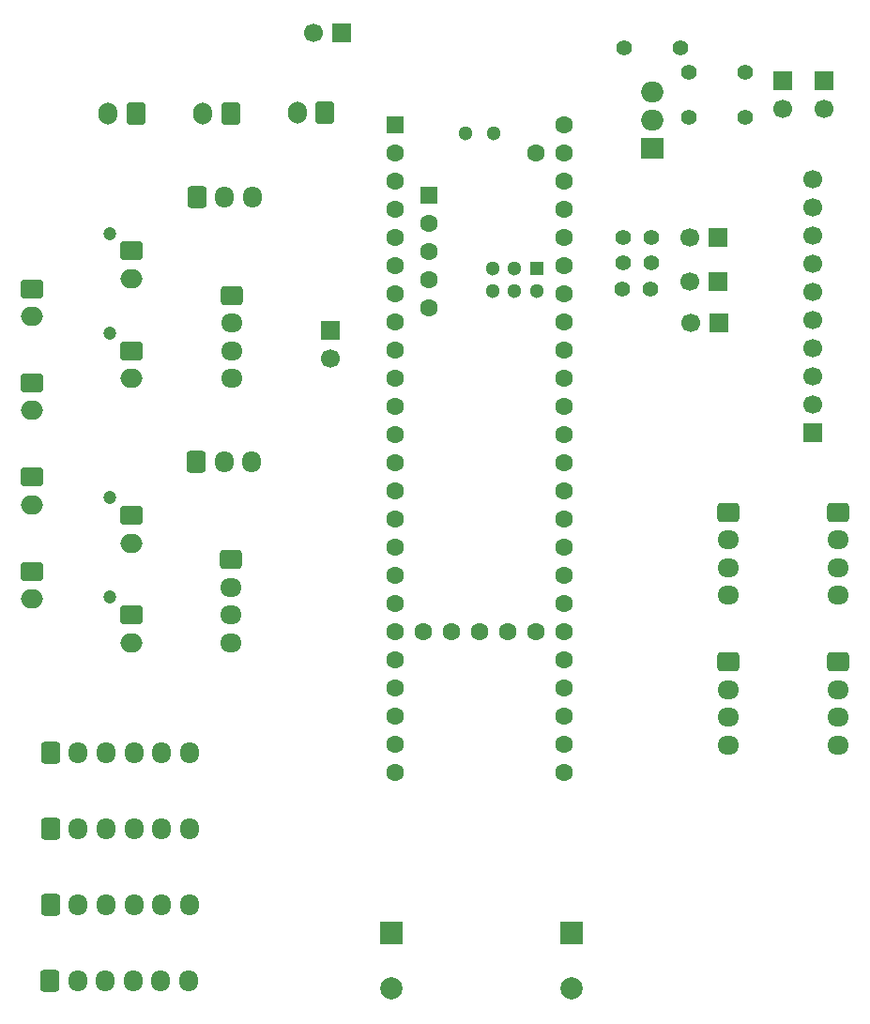
<source format=gbr>
%TF.GenerationSoftware,KiCad,Pcbnew,9.0.7-9.0.7~ubuntu22.04.1*%
%TF.CreationDate,2026-02-24T23:54:59+05:30*%
%TF.ProjectId,diff_drive_pcb,64696666-5f64-4726-9976-655f7063622e,V2.2*%
%TF.SameCoordinates,Original*%
%TF.FileFunction,Soldermask,Top*%
%TF.FilePolarity,Negative*%
%FSLAX46Y46*%
G04 Gerber Fmt 4.6, Leading zero omitted, Abs format (unit mm)*
G04 Created by KiCad (PCBNEW 9.0.7-9.0.7~ubuntu22.04.1) date 2026-02-24 23:54:59*
%MOMM*%
%LPD*%
G01*
G04 APERTURE LIST*
G04 Aperture macros list*
%AMRoundRect*
0 Rectangle with rounded corners*
0 $1 Rounding radius*
0 $2 $3 $4 $5 $6 $7 $8 $9 X,Y pos of 4 corners*
0 Add a 4 corners polygon primitive as box body*
4,1,4,$2,$3,$4,$5,$6,$7,$8,$9,$2,$3,0*
0 Add four circle primitives for the rounded corners*
1,1,$1+$1,$2,$3*
1,1,$1+$1,$4,$5*
1,1,$1+$1,$6,$7*
1,1,$1+$1,$8,$9*
0 Add four rect primitives between the rounded corners*
20,1,$1+$1,$2,$3,$4,$5,0*
20,1,$1+$1,$4,$5,$6,$7,0*
20,1,$1+$1,$6,$7,$8,$9,0*
20,1,$1+$1,$8,$9,$2,$3,0*%
G04 Aperture macros list end*
%ADD10R,1.700000X1.700000*%
%ADD11C,1.700000*%
%ADD12C,1.200000*%
%ADD13RoundRect,0.250000X-0.725000X0.600000X-0.725000X-0.600000X0.725000X-0.600000X0.725000X0.600000X0*%
%ADD14O,1.950000X1.700000*%
%ADD15O,1.700000X1.950000*%
%ADD16RoundRect,0.250000X-0.750000X0.600000X-0.750000X-0.600000X0.750000X-0.600000X0.750000X0.600000X0*%
%ADD17O,2.000000X1.700000*%
%ADD18RoundRect,0.250000X-0.600000X-0.725000X0.600000X-0.725000X0.600000X0.725000X-0.600000X0.725000X0*%
%ADD19C,1.400000*%
%ADD20C,2.000000*%
%ADD21R,2.000000X2.000000*%
%ADD22O,2.000000X1.905000*%
%ADD23R,2.000000X1.905000*%
%ADD24C,1.300000*%
%ADD25R,1.300000X1.300000*%
%ADD26C,1.600000*%
%ADD27R,1.600000X1.600000*%
%ADD28O,1.700000X2.000000*%
%ADD29RoundRect,0.250000X0.600000X0.750000X-0.600000X0.750000X-0.600000X-0.750000X0.600000X-0.750000X0*%
G04 APERTURE END LIST*
D10*
%TO.C,J11*%
X141190000Y-64150000D03*
D11*
X138650000Y-64150000D03*
%TD*%
D10*
%TO.C,J13*%
X140180000Y-90990000D03*
D11*
X140180000Y-93530000D03*
%TD*%
D12*
%TO.C,U1*%
X120280000Y-82190000D03*
X120280000Y-91180000D03*
D13*
X131270000Y-87780000D03*
D14*
X131270000Y-90280000D03*
D15*
X130640000Y-78940000D03*
D14*
X131270000Y-92780000D03*
X131270000Y-95280000D03*
D16*
X122280000Y-83790000D03*
D17*
X122280000Y-86290000D03*
D16*
X122280000Y-92780000D03*
D17*
X122280000Y-95280000D03*
D18*
X128140000Y-78940000D03*
D15*
X133140000Y-78940000D03*
%TD*%
D12*
%TO.C,U2*%
X120260000Y-106045000D03*
X120260000Y-115035000D03*
D13*
X131250000Y-111635000D03*
D14*
X131250000Y-114135000D03*
D15*
X130620000Y-102795000D03*
D14*
X131250000Y-116635000D03*
X131250000Y-119135000D03*
D16*
X122260000Y-107645000D03*
D17*
X122260000Y-110145000D03*
D16*
X122260000Y-116635000D03*
D17*
X122260000Y-119135000D03*
D18*
X128120000Y-102795000D03*
D15*
X133120000Y-102795000D03*
%TD*%
D11*
%TO.C,D4*%
X172645000Y-86560000D03*
D10*
X175185000Y-86560000D03*
%TD*%
D19*
%TO.C,R5*%
X177580000Y-67710000D03*
X172500000Y-67710000D03*
%TD*%
%TO.C,R6*%
X177580000Y-71710000D03*
X172500000Y-71710000D03*
%TD*%
%TO.C,R3*%
X169105000Y-87240000D03*
X166565000Y-87240000D03*
%TD*%
D11*
%TO.C,D7*%
X184750000Y-71000000D03*
D10*
X184750000Y-68460000D03*
%TD*%
D19*
%TO.C,R2*%
X169125000Y-84840000D03*
X166585000Y-84840000D03*
%TD*%
D11*
%TO.C,D5*%
X172665000Y-90290000D03*
D10*
X175205000Y-90290000D03*
%TD*%
D19*
%TO.C,R4*%
X166670000Y-65460000D03*
X171750000Y-65460000D03*
%TD*%
D20*
%TO.C,BZ1*%
X145680000Y-150320000D03*
D21*
X145680000Y-145320000D03*
%TD*%
D22*
%TO.C,Q2*%
X169250000Y-69460000D03*
X169250000Y-72000000D03*
D23*
X169250000Y-74540000D03*
%TD*%
D24*
%TO.C,U3*%
X152370000Y-73150000D03*
X154910000Y-73150000D03*
X158821600Y-87390000D03*
X156821600Y-87390000D03*
X154821600Y-87390000D03*
X154821600Y-85390000D03*
X156821600Y-85390000D03*
D25*
X158821600Y-85390000D03*
D26*
X149070800Y-88879200D03*
X149070800Y-86339200D03*
X149070800Y-83799200D03*
X149070800Y-81259200D03*
D27*
X149070800Y-78719200D03*
D26*
X158720000Y-118140000D03*
X156180000Y-118140000D03*
X153640000Y-118140000D03*
X151100000Y-118140000D03*
X148560000Y-118140000D03*
X158720000Y-74960000D03*
X161260000Y-72420000D03*
X161260000Y-74960000D03*
X161260000Y-77500000D03*
X161260000Y-80040000D03*
X161260000Y-82580000D03*
X161260000Y-85120000D03*
X161260000Y-87660000D03*
X161260000Y-90200000D03*
X161260000Y-92740000D03*
X161260000Y-95280000D03*
X161260000Y-97820000D03*
X161260000Y-100360000D03*
X161260000Y-102900000D03*
X161260000Y-105440000D03*
X161260000Y-107980000D03*
X161260000Y-110520000D03*
X161260000Y-113060000D03*
X161260000Y-115600000D03*
X161260000Y-118140000D03*
X161260000Y-120680000D03*
X161260000Y-123220000D03*
X161260000Y-125760000D03*
X161260000Y-128300000D03*
X161260000Y-130840000D03*
X146020000Y-130840000D03*
X146020000Y-128300000D03*
X146020000Y-125760000D03*
X146020000Y-123220000D03*
X146020000Y-120680000D03*
X146020000Y-118140000D03*
X146020000Y-115600000D03*
X146020000Y-113060000D03*
X146020000Y-110520000D03*
X146020000Y-107980000D03*
X146020000Y-105440000D03*
X146020000Y-102900000D03*
X146020000Y-100360000D03*
X146020000Y-97820000D03*
X146020000Y-95280000D03*
X146020000Y-92740000D03*
X146020000Y-90200000D03*
X146020000Y-87660000D03*
X146020000Y-85120000D03*
X146020000Y-82580000D03*
X146020000Y-80040000D03*
X146020000Y-77500000D03*
X146020000Y-74960000D03*
D27*
X146020000Y-72420000D03*
%TD*%
D20*
%TO.C,BZ3*%
X161930000Y-150320000D03*
D21*
X161930000Y-145320000D03*
%TD*%
D11*
%TO.C,D6*%
X181000000Y-71000000D03*
D10*
X181000000Y-68460000D03*
%TD*%
D11*
%TO.C,D3*%
X172630000Y-82560000D03*
D10*
X175170000Y-82560000D03*
%TD*%
D19*
%TO.C,R1*%
X169145000Y-82560000D03*
X166605000Y-82560000D03*
%TD*%
D28*
%TO.C,J10*%
X128700000Y-71365000D03*
D29*
X131200000Y-71365000D03*
%TD*%
D28*
%TO.C,J12*%
X137188000Y-71307000D03*
D29*
X139688000Y-71307000D03*
%TD*%
D28*
%TO.C,J9*%
X120128000Y-71367000D03*
D29*
X122628000Y-71367000D03*
%TD*%
D17*
%TO.C,J7*%
X113260000Y-115190000D03*
D16*
X113260000Y-112690000D03*
%TD*%
D17*
%TO.C,J5*%
X113260000Y-106690000D03*
D16*
X113260000Y-104190000D03*
%TD*%
D17*
%TO.C,J3*%
X113260000Y-98190000D03*
D16*
X113260000Y-95690000D03*
%TD*%
D17*
%TO.C,J1*%
X113260000Y-89690000D03*
D16*
X113260000Y-87190000D03*
%TD*%
D14*
%TO.C,J2*%
X176128000Y-114839000D03*
X176128000Y-112339000D03*
X176128000Y-109839000D03*
D13*
X176128000Y-107339000D03*
%TD*%
D14*
%TO.C,J4*%
X186034000Y-114839000D03*
X186034000Y-112339000D03*
X186034000Y-109839000D03*
D13*
X186034000Y-107339000D03*
%TD*%
D14*
%TO.C,J6*%
X176120000Y-128350000D03*
X176120000Y-125850000D03*
X176120000Y-123350000D03*
D13*
X176120000Y-120850000D03*
%TD*%
D14*
%TO.C,J8*%
X185990000Y-128360000D03*
X185990000Y-125860000D03*
X185990000Y-123360000D03*
D13*
X185990000Y-120860000D03*
%TD*%
D15*
%TO.C,U4*%
X127460000Y-129020000D03*
X124960000Y-129020000D03*
X122460000Y-129020000D03*
X119960000Y-129020000D03*
X117460000Y-129020000D03*
D18*
X114960000Y-129020000D03*
%TD*%
D15*
%TO.C,U5*%
X127460000Y-142800000D03*
X124960000Y-142800000D03*
X122460000Y-142800000D03*
X119960000Y-142800000D03*
X117460000Y-142800000D03*
D18*
X114960000Y-142800000D03*
%TD*%
D15*
%TO.C,U6*%
X127460000Y-135950000D03*
X124960000Y-135950000D03*
X122460000Y-135950000D03*
X119960000Y-135950000D03*
X117460000Y-135950000D03*
D18*
X114960000Y-135950000D03*
%TD*%
D15*
%TO.C,U7*%
X127390000Y-149660000D03*
X124890000Y-149660000D03*
X122390000Y-149660000D03*
X119890000Y-149660000D03*
X117390000Y-149660000D03*
D18*
X114890000Y-149660000D03*
%TD*%
D11*
%TO.C,U8*%
X183730000Y-77330000D03*
X183730000Y-79870000D03*
X183730000Y-82410000D03*
X183730000Y-84950000D03*
X183730000Y-87490000D03*
X183730000Y-90030000D03*
X183730000Y-92570000D03*
X183730000Y-95110000D03*
X183730000Y-97650000D03*
D10*
X183730000Y-100190000D03*
%TD*%
M02*

</source>
